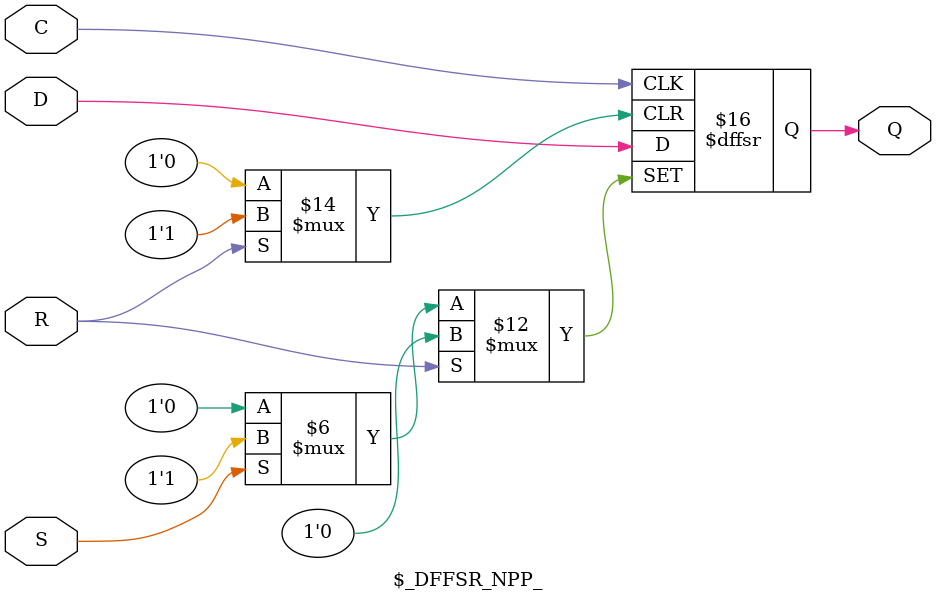
<source format=v>
module \$_DFFSR_NPP_ (C, S, R, D, Q);
input C, S, R, D;
output reg Q;
always @(negedge C, posedge S, posedge R) begin
	if (R == 1)
		Q <= 0;
	else if (S == 1)
		Q <= 1;
	else
		Q <= D;
end
endmodule

</source>
